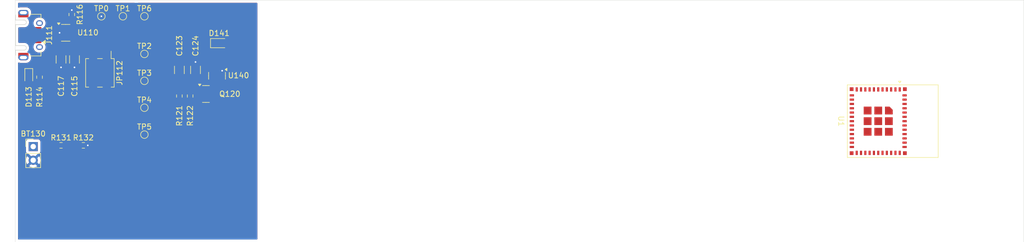
<source format=kicad_pcb>
(kicad_pcb (version 20241229) (generator "pcbnew") (generator_version "9.0")
  (layers (0 "F.Cu" signal) (2 "B.Cu" signal) (13 "F.Paste" user) (15 "B.Paste" user) (5 "F.SilkS" user "F.Silkscreen") (7 "B.SilkS" user "B.Silkscreen") (1 "F.Mask" user) (3 "B.Mask" user) (25 "Edge.Cuts" user))
  (net 0 "")
  (net 1 "+BAT")
  (net 2 "GND")
  (net 3 "+5V")
  (net 4 "/BAT_SWITCH")
  (net 5 "+3V3")
  (net 6 "/BAT_ACT")
  (net 8 "Net-(U1-GND-Pad1)")
  (net 39 "Net-(U110-V_{BAT})")
  (net 40 "Net-(Q120-S)")
  (net 41 "Net-(D113-K)")
  (net 42 "Net-(D113-A)")
  (net 47 "Net-(U110-STAT)")
  (net 48 "Net-(U110-PROG)")
  (net 49 "+3V3_post_D141")
  (footprint "Package_TO_SOT_SMD:SOT-23" (layer "F.Cu") (at 95.9375 47.95)
    (property "Reference" "Q120" (at 4.4375 0 0) (layer "F.SilkS"))
    (property "Value" "IRLML6402")
    (fp_line (start 0 -1.56) (end -0.65 -1.56) (stroke (width 0.12)) (layer "F.SilkS"))
    (fp_line (start 0 -1.56) (end 0.65 -1.56) (stroke (width 0.12)) (layer "F.SilkS"))
    (fp_line (start 0 1.56) (end -0.65 1.56) (stroke (width 0.12)) (layer "F.SilkS"))
    (fp_line (start 0 1.56) (end 0.65 1.56) (stroke (width 0.12)) (layer "F.SilkS"))
    (fp_poly (pts (xy -1.1625 -1.51) (xy -1.4025 -1.84) (xy -0.9225 -1.84)) (stroke (width 0.12)) (fill yes) (layer "F.SilkS"))
    (pad "1" smd roundrect (at -0.9375 -0.95) (size 1.475 0.6) (layers "F.Cu" "F.Mask" "F.Paste") (net 4 "/BAT_SWITCH"))
    (pad "2" smd roundrect (at -0.9375 0.95) (size 1.475 0.6) (layers "F.Cu" "F.Mask" "F.Paste") (net 40 "Net-(Q120-S)"))
    (pad "3" smd roundrect (at 0.9375 0) (size 1.475 0.6) (layers "F.Cu" "F.Mask" "F.Paste") (net 1 "+BAT"))
  )
  (footprint "RF_Module:ESP32-C6-MINI-1" (layer "F.Cu") (at 220.925 53 -90)
    (property "Reference" "U1" (at 0 6.9 270) (layer "F.SilkS"))
    (property "Value" "ESP32-C6-MINI-1")
    (fp_line (start -6.75 5.75) (end -6.75 -11.15) (stroke (width 0.12)) (layer "F.SilkS"))
    (fp_line (start 6.75 5.75) (end -6.75 5.75) (stroke (width 0.12)) (layer "F.SilkS"))
    (fp_line (start -6.75 -11.15) (end 6.75 -11.15) (stroke (width 0.12)) (layer "F.SilkS"))
    (fp_line (start 6.75 -11.15) (end 6.75 5.75) (stroke (width 0.12)) (layer "F.SilkS"))
    (fp_poly (pts (xy -7.1 -4) (xy -7.436 -3.76) (xy -7.436 -4.24) (xy -7.1 -4)) (stroke (width 0.12)) (fill yes) (layer "F.SilkS"))
    (pad "1" smd rect (at -5.9 -4 270) (size 0.8 0.4) (layers "F.Cu" "F.Mask" "F.Paste") (net 8 "Net-(U1-GND-Pad1)"))
    (pad "2" smd rect (at -5.9 -3.2 270) (size 0.8 0.4) (layers "F.Cu" "F.Mask" "F.Paste") (net 8 "Net-(U1-GND-Pad1)"))
    (pad "3" smd rect (at -5.9 -2.4 270) (size 0.8 0.4) (layers "F.Cu" "F.Mask" "F.Paste"))
    (pad "4" smd rect (at -5.9 -1.6 270) (size 0.8 0.4) (layers "F.Cu" "F.Mask" "F.Paste"))
    (pad "5" smd rect (at -5.9 -0.8 270) (size 0.8 0.4) (layers "F.Cu" "F.Mask" "F.Paste"))
    (pad "6" smd rect (at -5.9 0 270) (size 0.8 0.4) (layers "F.Cu" "F.Mask" "F.Paste"))
    (pad "7" smd rect (at -5.9 0.8 270) (size 0.8 0.4) (layers "F.Cu" "F.Mask" "F.Paste"))
    (pad "8" smd rect (at -5.9 1.6 270) (size 0.8 0.4) (layers "F.Cu" "F.Mask" "F.Paste"))
    (pad "9" smd rect (at -5.9 2.4 270) (size 0.8 0.4) (layers "F.Cu" "F.Mask" "F.Paste"))
    (pad "10" smd rect (at -5.9 3.2 270) (size 0.8 0.4) (layers "F.Cu" "F.Mask" "F.Paste"))
    (pad "11" smd rect (at -5.9 4 270) (size 0.8 0.4) (layers "F.Cu" "F.Mask" "F.Paste") (net 8 "Net-(U1-GND-Pad1)"))
    (pad "12" smd rect (at -4.8 4.9) (size 0.8 0.4) (layers "F.Cu" "F.Mask" "F.Paste"))
    (pad "13" smd rect (at -4 4.9) (size 0.8 0.4) (layers "F.Cu" "F.Mask" "F.Paste"))
    (pad "14" smd rect (at -3.2 4.9) (size 0.8 0.4) (layers "F.Cu" "F.Mask" "F.Paste") (net 8 "Net-(U1-GND-Pad1)"))
    (pad "15" smd rect (at -2.4 4.9) (size 0.8 0.4) (layers "F.Cu" "F.Mask" "F.Paste"))
    (pad "16" smd rect (at -1.6 4.9) (size 0.8 0.4) (layers "F.Cu" "F.Mask" "F.Paste"))
    (pad "17" smd rect (at -0.8 4.9) (size 0.8 0.4) (layers "F.Cu" "F.Mask" "F.Paste"))
    (pad "18" smd rect (at 0 4.9) (size 0.8 0.4) (layers "F.Cu" "F.Mask" "F.Paste"))
    (pad "19" smd rect (at 0.8 4.9) (size 0.8 0.4) (layers "F.Cu" "F.Mask" "F.Paste"))
    (pad "20" smd rect (at 1.6 4.9) (size 0.8 0.4) (layers "F.Cu" "F.Mask" "F.Paste"))
    (pad "21" smd rect (at 2.4 4.9) (size 0.8 0.4) (layers "F.Cu" "F.Mask" "F.Paste"))
    (pad "22" smd rect (at 3.2 4.9) (size 0.8 0.4) (layers "F.Cu" "F.Mask" "F.Paste"))
    (pad "23" smd rect (at 4 4.9) (size 0.8 0.4) (layers "F.Cu" "F.Mask" "F.Paste"))
    (pad "24" smd rect (at 4.8 4.9) (size 0.8 0.4) (layers "F.Cu" "F.Mask" "F.Paste"))
    (pad "25" smd rect (at 5.9 4 270) (size 0.8 0.4) (layers "F.Cu" "F.Mask" "F.Paste"))
    (pad "26" smd rect (at 5.9 3.2 270) (size 0.8 0.4) (layers "F.Cu" "F.Mask" "F.Paste"))
    (pad "27" smd rect (at 5.9 2.4 270) (size 0.8 0.4) (layers "F.Cu" "F.Mask" "F.Paste"))
    (pad "28" smd rect (at 5.9 1.6 270) (size 0.8 0.4) (layers "F.Cu" "F.Mask" "F.Paste"))
    (pad "29" smd rect (at 5.9 0.8 270) (size 0.8 0.4) (layers "F.Cu" "F.Mask" "F.Paste"))
    (pad "30" smd rect (at 5.9 0 270) (size 0.8 0.4) (layers "F.Cu" "F.Mask" "F.Paste"))
    (pad "31" smd rect (at 5.9 -0.8 270) (size 0.8 0.4) (layers "F.Cu" "F.Mask" "F.Paste"))
    (pad "32" smd rect (at 5.9 -1.6 270) (size 0.8 0.4) (layers "F.Cu" "F.Mask" "F.Paste"))
    (pad "33" smd rect (at 5.9 -2.4 270) (size 0.8 0.4) (layers "F.Cu" "F.Mask" "F.Paste"))
    (pad "34" smd rect (at 5.9 -3.2 270) (size 0.8 0.4) (layers "F.Cu" "F.Mask" "F.Paste"))
    (pad "35" smd rect (at 5.9 -4 270) (size 0.8 0.4) (layers "F.Cu" "F.Mask" "F.Paste"))
    (pad "36" smd rect (at 4.8 -4.9) (size 0.8 0.4) (layers "F.Cu" "F.Mask" "F.Paste") (net 8 "Net-(U1-GND-Pad1)"))
    (pad "37" smd rect (at 4 -4.9) (size 0.8 0.4) (layers "F.Cu" "F.Mask" "F.Paste") (net 8 "Net-(U1-GND-Pad1)"))
    (pad "38" smd rect (at 3.2 -4.9) (size 0.8 0.4) (layers "F.Cu" "F.Mask" "F.Paste") (net 8 "Net-(U1-GND-Pad1)"))
    (pad "39" smd rect (at 2.4 -4.9) (size 0.8 0.4) (layers "F.Cu" "F.Mask" "F.Paste") (net 8 "Net-(U1-GND-Pad1)"))
    (pad "40" smd rect (at 1.6 -4.9) (size 0.8 0.4) (layers "F.Cu" "F.Mask" "F.Paste") (net 8 "Net-(U1-GND-Pad1)"))
    (pad "41" smd rect (at 0.8 -4.9) (size 0.8 0.4) (layers "F.Cu" "F.Mask" "F.Paste") (net 8 "Net-(U1-GND-Pad1)"))
    (pad "42" smd rect (at 0 -4.9) (size 0.8 0.4) (layers "F.Cu" "F.Mask" "F.Paste") (net 8 "Net-(U1-GND-Pad1)"))
    (pad "43" smd rect (at -0.8 -4.9) (size 0.8 0.4) (layers "F.Cu" "F.Mask" "F.Paste") (net 8 "Net-(U1-GND-Pad1)"))
    (pad "44" smd rect (at -1.6 -4.9) (size 0.8 0.4) (layers "F.Cu" "F.Mask" "F.Paste") (net 8 "Net-(U1-GND-Pad1)"))
    (pad "45" smd rect (at -2.4 -4.9) (size 0.8 0.4) (layers "F.Cu" "F.Mask" "F.Paste") (net 8 "Net-(U1-GND-Pad1)"))
    (pad "46" smd rect (at -3.2 -4.9) (size 0.8 0.4) (layers "F.Cu" "F.Mask" "F.Paste") (net 8 "Net-(U1-GND-Pad1)"))
    (pad "47" smd rect (at -4 -4.9) (size 0.8 0.4) (layers "F.Cu" "F.Mask" "F.Paste") (net 8 "Net-(U1-GND-Pad1)"))
    (pad "48" smd rect (at -4.8 -4.9) (size 0.8 0.4) (layers "F.Cu" "F.Mask" "F.Paste") (net 8 "Net-(U1-GND-Pad1)"))
    (pad "49" smd roundrect (at -1.975 -1.975 270) (size 1.45 1.45) (property pad_prop_heatsink) (layers "F.Cu" "F.Mask" "F.Paste") (roundrect_rratio 0) (chamfer_ratio 0.41) (chamfer top_left) (net 8 "Net-(U1-GND-Pad1)"))
    (pad "49" smd rect (at -1.975 0 270) (size 1.45 1.45) (property pad_prop_heatsink) (layers "F.Cu" "F.Mask" "F.Paste") (net 8 "Net-(U1-GND-Pad1)"))
    (pad "49" smd rect (at -1.975 1.975 270) (size 1.45 1.45) (property pad_prop_heatsink) (layers "F.Cu" "F.Mask" "F.Paste") (net 8 "Net-(U1-GND-Pad1)"))
    (pad "49" smd rect (at 0 -1.975 270) (size 1.45 1.45) (property pad_prop_heatsink) (layers "F.Cu" "F.Mask" "F.Paste") (net 8 "Net-(U1-GND-Pad1)"))
    (pad "49" smd rect (at 0 0 270) (size 1.45 1.45) (property pad_prop_heatsink) (layers "F.Cu" "F.Mask" "F.Paste") (net 8 "Net-(U1-GND-Pad1)"))
    (pad "49" smd rect (at 0 1.975 270) (size 1.45 1.45) (property pad_prop_heatsink) (layers "F.Cu" "F.Mask" "F.Paste") (net 8 "Net-(U1-GND-Pad1)"))
    (pad "49" smd rect (at 1.975 -1.975 270) (size 1.45 1.45) (property pad_prop_heatsink) (layers "F.Cu" "F.Mask" "F.Paste") (net 8 "Net-(U1-GND-Pad1)"))
    (pad "49" smd rect (at 1.975 0 270) (size 1.45 1.45) (property pad_prop_heatsink) (layers "F.Cu" "F.Mask" "F.Paste") (net 8 "Net-(U1-GND-Pad1)"))
    (pad "49" smd rect (at 1.975 1.975 270) (size 1.45 1.45) (property pad_prop_heatsink) (layers "F.Cu" "F.Mask" "F.Paste") (net 8 "Net-(U1-GND-Pad1)"))
    (pad "50" smd rect (at 5.95 -4.95 270) (size 0.7 0.7) (layers "F.Cu" "F.Mask" "F.Paste") (net 8 "Net-(U1-GND-Pad1)"))
    (pad "51" smd rect (at 5.95 4.95 270) (size 0.7 0.7) (layers "F.Cu" "F.Mask" "F.Paste") (net 8 "Net-(U1-GND-Pad1)"))
    (pad "52" smd rect (at -5.95 4.95 270) (size 0.7 0.7) (layers "F.Cu" "F.Mask" "F.Paste") (net 8 "Net-(U1-GND-Pad1)"))
    (pad "53" smd rect (at -5.95 -4.95 270) (size 0.7 0.7) (layers "F.Cu" "F.Mask" "F.Paste") (net 8 "Net-(U1-GND-Pad1)"))
    (zone (net 0) (net_name "") (layers "F.Cu" "B.Cu") (name "Antenna") (connect_pads (clearance 0)) (min_thickness 0.254)
      (keepout (tracks not_allowed) (vias not_allowed) (pads not_allowed) (copperpour not_allowed) (footprints not_allowed))
      (fill (thermal_gap 0.508) (thermal_bridge_width 0.508))
      (polygon (pts (xy 226.525 74.6) (xy 226.525 31.4) (xy 246.925 31.4) (xy 246.925 74.6)))
    )
  )
  (footprint "TestPoint:TestPoint_Pad_D1.0mm" (layer "F.Cu") (at 84.5 55.5)
    (property "Reference" "TP5" (at 0 -1.448 0) (layer "F.SilkS"))
    (property "Value" "BAT_ACT")
    (fp_circle (center 0 0) (end 0 0.7) (stroke (width 0.12)) (fill no) (layer "F.SilkS"))
    (pad "1" smd circle (at 0 0) (size 1 1) (layers "F.Cu" "F.Mask") (net 6 "/BAT_ACT"))
  )
  (footprint "Resistor_SMD:R_0603_1608Metric" (layer "F.Cu") (at 93 48.325 -90)
    (property "Reference" "R122" (at 3.675 0 90) (layer "F.SilkS"))
    (property "Value" "47K")
    (fp_line (start -0.237258 0.5225) (end 0.237258 0.5225) (stroke (width 0.12)) (layer "F.SilkS"))
    (fp_line (start -0.237258 -0.5225) (end 0.237258 -0.5225) (stroke (width 0.12)) (layer "F.SilkS"))
    (pad "1" smd roundrect (at -0.825 0 270) (size 0.8 0.95) (layers "F.Cu" "F.Mask" "F.Paste") (net 4 "/BAT_SWITCH"))
    (pad "2" smd roundrect (at 0.825 0 270) (size 0.8 0.95) (layers "F.Cu" "F.Mask" "F.Paste") (net 40 "Net-(Q120-S)"))
  )
  (footprint "TestPoint:TestPoint_Pad_D1.0mm" (layer "F.Cu") (at 84.5 40.5)
    (property "Reference" "TP2" (at 0 -1.448 0) (layer "F.SilkS"))
    (property "Value" "+VBAT")
    (fp_circle (center 0 0) (end 0 0.7) (stroke (width 0.12)) (fill no) (layer "F.SilkS"))
    (pad "1" smd circle (at 0 0) (size 1 1) (layers "F.Cu" "F.Mask") (net 39 "Net-(U110-V_{BAT})"))
  )
  (footprint "Package_TO_SOT_SMD:SOT-23" (layer "F.Cu") (at 98 44.5625 -90)
    (property "Reference" "U140" (at -0.0625 -4 180) (layer "F.SilkS"))
    (property "Value" "MCP1700x-330xxTT")
    (fp_line (start 0 1.56) (end -0.65 1.56) (stroke (width 0.12)) (layer "F.SilkS"))
    (fp_line (start 0 1.56) (end 0.65 1.56) (stroke (width 0.12)) (layer "F.SilkS"))
    (fp_line (start 0 -1.56) (end -0.65 -1.56) (stroke (width 0.12)) (layer "F.SilkS"))
    (fp_line (start 0 -1.56) (end 0.65 -1.56) (stroke (width 0.12)) (layer "F.SilkS"))
    (fp_poly (pts (xy -1.1625 -1.51) (xy -1.4025 -1.84) (xy -0.9225 -1.84)) (stroke (width 0.12)) (fill yes) (layer "F.SilkS"))
    (pad "1" smd roundrect (at -0.9375 -0.95 270) (size 1.475 0.6) (layers "F.Cu" "F.Mask" "F.Paste") (net 2 "GND"))
    (pad "2" smd roundrect (at -0.9375 0.95 270) (size 1.475 0.6) (layers "F.Cu" "F.Mask" "F.Paste") (net 5 "+3V3"))
    (pad "3" smd roundrect (at 0.9375 0 270) (size 1.475 0.6) (layers "F.Cu" "F.Mask" "F.Paste") (net 1 "+BAT"))
  )
  (footprint "Capacitor_SMD:C_1206_3216Metric" (layer "F.Cu") (at 69 41.525 -90)
    (property "Reference" "C117" (at 4.975 0 90) (layer "F.SilkS"))
    (property "Value" "4.7uF")
    (fp_line (start -0.711252 0.91) (end 0.711252 0.91) (stroke (width 0.12)) (layer "F.SilkS"))
    (fp_line (start -0.711252 -0.91) (end 0.711252 -0.91) (stroke (width 0.12)) (layer "F.SilkS"))
    (pad "1" smd roundrect (at -1.475 0 270) (size 1.15 1.8) (layers "F.Cu" "F.Mask" "F.Paste") (roundrect_rratio 0.217391) (net 39 "Net-(U110-V_{BAT})"))
    (pad "2" smd roundrect (at 1.475 0 270) (size 1.15 1.8) (layers "F.Cu" "F.Mask" "F.Paste") (roundrect_rratio 0.217391) (net 2 "GND"))
  )
  (footprint "Resistor_SMD:R_0603_1608Metric" (layer "F.Cu") (at 91 48.325 90)
    (property "Reference" "R121" (at -3.675 0 90) (layer "F.SilkS"))
    (property "Value" "2K2")
    (fp_line (start -0.237258 -0.5225) (end 0.237258 -0.5225) (stroke (width 0.12)) (layer "F.SilkS"))
    (fp_line (start -0.237258 0.5225) (end 0.237258 0.5225) (stroke (width 0.12)) (layer "F.SilkS"))
    (pad "1" smd roundrect (at -0.825 0 90) (size 0.8 0.95) (layers "F.Cu" "F.Mask" "F.Paste") (net 39 "Net-(U110-V_{BAT})"))
    (pad "2" smd roundrect (at 0.825 0 90) (size 0.8 0.95) (layers "F.Cu" "F.Mask" "F.Paste") (net 40 "Net-(Q120-S)"))
  )
  (footprint "Capacitor_SMD:C_1206_3216Metric" (layer "F.Cu") (at 91 43.475 -90)
    (property "Reference" "C123" (at -4.475 0 90) (layer "F.SilkS"))
    (property "Value" "4.7uF")
    (fp_line (start -0.711252 0.91) (end 0.711252 0.91) (stroke (width 0.12)) (layer "F.SilkS"))
    (fp_line (start -0.711252 -0.91) (end 0.711252 -0.91) (stroke (width 0.12)) (layer "F.SilkS"))
    (pad "1" smd roundrect (at -1.475 0 270) (size 1.15 1.8) (layers "F.Cu" "F.Mask" "F.Paste") (roundrect_rratio 0.217391) (net 4 "/BAT_SWITCH"))
    (pad "2" smd roundrect (at 1.475 0 270) (size 1.15 1.8) (layers "F.Cu" "F.Mask" "F.Paste") (roundrect_rratio 0.217391) (net 40 "Net-(Q120-S)"))
  )
  (footprint "Resistor_SMD:R_0603_1608Metric" (layer "F.Cu") (at 69 57.5)
    (property "Reference" "R131" (at 0 -1.43 0) (layer "F.SilkS"))
    (property "Value" "100k")
    (fp_line (start -0.237258 -0.5225) (end 0.237258 -0.5225) (stroke (width 0.12)) (layer "F.SilkS"))
    (fp_line (start -0.237258 0.5225) (end 0.237258 0.5225) (stroke (width 0.12)) (layer "F.SilkS"))
    (pad "1" smd roundrect (at -0.825 0) (size 0.8 0.95) (layers "F.Cu" "F.Mask" "F.Paste") (net 1 "+BAT"))
    (pad "2" smd roundrect (at 0.825 0) (size 0.8 0.95) (layers "F.Cu" "F.Mask" "F.Paste") (net 6 "/BAT_ACT"))
  )
  (footprint "Diode_SMD:D_SOD-323F" (layer "F.Cu") (at 98.4 38.5)
    (property "Reference" "D141" (at 0 -1.85 0) (layer "F.SilkS"))
    (property "Value" "BAT54J")
    (fp_line (start -1.61 -0.85) (end -1.61 0.85) (stroke (width 0.12)) (layer "F.SilkS"))
    (fp_line (start -1.61 -0.85) (end 1.05 -0.85) (stroke (width 0.12)) (layer "F.SilkS"))
    (fp_line (start -1.61 0.85) (end 1.05 0.85) (stroke (width 0.12)) (layer "F.SilkS"))
    (pad "1" smd roundrect (at -1.1 0) (size 0.5 0.5) (layers "F.Cu" "F.Mask" "F.Paste") (net 49 "+3V3_post_D141"))
    (pad "2" smd roundrect (at 1.1 0) (size 0.5 0.5) (layers "F.Cu" "F.Mask" "F.Paste") (net 5 "+3V3"))
  )
  (footprint "Resistor_SMD:R_0603_1608Metric" (layer "F.Cu") (at 71 33.175 90)
    (property "Reference" "R116" (at 0 1.5 90) (layer "F.SilkS"))
    (property "Value" "2K")
    (fp_line (start -0.237258 -0.5225) (end 0.237258 -0.5225) (stroke (width 0.12)) (layer "F.SilkS"))
    (fp_line (start -0.237258 0.5225) (end 0.237258 0.5225) (stroke (width 0.12)) (layer "F.SilkS"))
    (pad "1" smd roundrect (at -0.825 0 90) (size 0.8 0.95) (layers "F.Cu" "F.Mask" "F.Paste") (net 48 "Net-(U110-PROG)"))
    (pad "2" smd roundrect (at 0.825 0 90) (size 0.8 0.95) (layers "F.Cu" "F.Mask" "F.Paste") (net 2 "GND"))
  )
  (footprint "Resistor_SMD:R_0603_1608Metric" (layer "F.Cu") (at 65 44.825 -90)
    (property "Reference" "R114" (at 3.675 0 90) (layer "F.SilkS"))
    (property "Value" "470")
    (fp_line (start -0.237258 0.5225) (end 0.237258 0.5225) (stroke (width 0.12)) (layer "F.SilkS"))
    (fp_line (start -0.237258 -0.5225) (end 0.237258 -0.5225) (stroke (width 0.12)) (layer "F.SilkS"))
    (pad "1" smd roundrect (at -0.825 0 270) (size 0.8 0.95) (layers "F.Cu" "F.Mask" "F.Paste") (net 41 "Net-(D113-K)"))
    (pad "2" smd roundrect (at 0.825 0 270) (size 0.8 0.95) (layers "F.Cu" "F.Mask" "F.Paste") (net 47 "Net-(U110-STAT)"))
  )
  (footprint "Package_TO_SOT_SMD:SOT-23-5" (layer "F.Cu") (at 69.8625 36.575)
    (property "Reference" "U110" (at 4.1375 -0.05 0) (layer "F.SilkS"))
    (property "Value" "MCP73831-2-OT")
    (fp_line (start 0 -1.56) (end -0.8 -1.56) (stroke (width 0.12)) (layer "F.SilkS"))
    (fp_line (start 0 -1.56) (end 0.8 -1.56) (stroke (width 0.12)) (layer "F.SilkS"))
    (fp_line (start 0 1.56) (end -0.8 1.56) (stroke (width 0.12)) (layer "F.SilkS"))
    (fp_line (start 0 1.56) (end 0.8 1.56) (stroke (width 0.12)) (layer "F.SilkS"))
    (fp_poly (pts (xy -1.3 -1.51) (xy -1.54 -1.84) (xy -1.06 -1.84)) (stroke (width 0.12)) (fill yes) (layer "F.SilkS"))
    (pad "1" smd roundrect (at -1.1375 -0.95) (size 1.325 0.6) (layers "F.Cu" "F.Mask" "F.Paste") (net 47 "Net-(U110-STAT)"))
    (pad "2" smd roundrect (at -1.1375 0) (size 1.325 0.6) (layers "F.Cu" "F.Mask" "F.Paste") (net 2 "GND"))
    (pad "3" smd roundrect (at -1.1375 0.95) (size 1.325 0.6) (layers "F.Cu" "F.Mask" "F.Paste") (net 39 "Net-(U110-V_{BAT})"))
    (pad "4" smd roundrect (at 1.1375 0.95) (size 1.325 0.6) (layers "F.Cu" "F.Mask" "F.Paste") (net 3 "+5V"))
    (pad "5" smd roundrect (at 1.1375 -0.95) (size 1.325 0.6) (layers "F.Cu" "F.Mask" "F.Paste") (net 48 "Net-(U110-PROG)"))
  )
  (footprint "Capacitor_SMD:C_1206_3216Metric" (layer "F.Cu") (at 71.5 41.525 -90)
    (property "Reference" "C115" (at 4.975 0 90) (layer "F.SilkS"))
    (property "Value" "4.7uF")
    (fp_line (start -0.711252 0.91) (end 0.711252 0.91) (stroke (width 0.12)) (layer "F.SilkS"))
    (fp_line (start -0.711252 -0.91) (end 0.711252 -0.91) (stroke (width 0.12)) (layer "F.SilkS"))
    (pad "1" smd roundrect (at -1.475 0 270) (size 1.15 1.8) (layers "F.Cu" "F.Mask" "F.Paste") (roundrect_rratio 0.217391) (net 3 "+5V"))
    (pad "2" smd roundrect (at 1.475 0 270) (size 1.15 1.8) (layers "F.Cu" "F.Mask" "F.Paste") (roundrect_rratio 0.217391) (net 2 "GND"))
  )
  (footprint "Connector_USB:USB_Micro-AB_Molex_47590-0001" (layer "F.Cu") (at 61.65 37 -90)
    (property "Reference" "J111" (at 0 -5.15 90) (layer "F.SilkS"))
    (property "Value" "USB_B_Micro")
    (fp_line (start -3.87 -3.62) (end -3.87 -1.55) (stroke (width 0.12)) (layer "F.SilkS"))
    (fp_line (start -3.87 -3.62) (end -3 -3.62) (stroke (width 0.12)) (layer "F.SilkS"))
    (fp_line (start 3 -3.62) (end 3.87 -3.62) (stroke (width 0.12)) (layer "F.SilkS"))
    (fp_line (start 3.87 -3.62) (end 3.87 -1.55) (stroke (width 0.12)) (layer "F.SilkS"))
    (fp_poly (pts (xy 1.3 -3.96) (xy 0.96 -4.43) (xy 1.64 -4.43) (xy 1.3 -3.96)) (stroke (width 0.12)) (fill yes) (layer "F.SilkS"))
    (fp_line (start -3.75 1.1) (end -2.8 1.1) (stroke (width 0.1)) (layer "Edge.Cuts"))
    (fp_line (start -1.95 1.1) (end 1.95 1.1) (stroke (width 0.1)) (layer "Edge.Cuts"))
    (fp_line (start 2.8 1.1) (end 3.75 1.1) (stroke (width 0.1)) (layer "Edge.Cuts"))
    (fp_line (start -2.8 -0.475) (end -2.8 1.1) (stroke (width 0.1)) (layer "Edge.Cuts"))
    (fp_line (start -1.95 -0.475) (end -1.95 1.1) (stroke (width 0.1)) (layer "Edge.Cuts"))
    (fp_line (start 1.95 -0.475) (end 1.95 1.1) (stroke (width 0.1)) (layer "Edge.Cuts"))
    (fp_line (start 2.8 -0.475) (end 2.8 1.1) (stroke (width 0.1)) (layer "Edge.Cuts"))
    (fp_arc (start -2.8 -0.475) (mid -2.375 -0.9) (end -1.95 -0.475) (stroke (width 0.1)) (layer "Edge.Cuts"))
    (fp_arc (start 1.95 -0.475) (mid 2.375 -0.9) (end 2.8 -0.475) (stroke (width 0.1)) (layer "Edge.Cuts"))
    (pad "1" smd roundrect (at 1.3 -3.025 270) (size 0.4 1.35) (layers "F.Cu" "F.Mask" "F.Paste") (net 3 "+5V"))
    (pad "2" smd roundrect (at 0.65 -3.025 270) (size 0.4 1.35) (layers "F.Cu" "F.Mask" "F.Paste"))
    (pad "3" smd roundrect (at 0 -3.025 270) (size 0.4 1.35) (layers "F.Cu" "F.Mask" "F.Paste"))
    (pad "4" smd roundrect (at -0.65 -3.025 270) (size 0.4 1.35) (layers "F.Cu" "F.Mask" "F.Paste"))
    (pad "5" smd roundrect (at -1.3 -3.025 270) (size 0.4 1.35) (layers "F.Cu" "F.Mask" "F.Paste") (net 2 "GND"))
    (pad "6" thru_hole oval (at -4.175 -0.35 270) (size 1 1.9) (drill oval 0.6 1.3) (property pad_prop_heatsink) (layers "*.Cu" "*.Mask"))
    (pad "6" smd rect (at -3.7375 -0.35 270) (size 0.875 1.9) (layers "F.Cu" "F.Mask"))
    (pad "6" thru_hole oval (at -2.225 -3.35 270) (size 1.05 1.25) (drill oval 0.65 0.85) (property pad_prop_heatsink) (layers "*.Cu" "*.Mask"))
    (pad "6" smd roundrect (at 0 -0.35 270) (size 2.9 1.9) (layers "F.Cu" "F.Mask" "F.Paste") (roundrect_rratio 0.1315789474))
    (pad "6" thru_hole oval (at 2.225 -3.35 270) (size 1.05 1.25) (drill oval 0.65 0.85) (property pad_prop_heatsink) (layers "*.Cu" "*.Mask"))
    (pad "6" smd rect (at 3.7375 -0.35 270) (size 0.875 1.9) (layers "F.Cu" "F.Mask"))
    (pad "6" thru_hole oval (at 4.175 -0.35 270) (size 1 1.9) (drill oval 0.6 1.3) (property pad_prop_heatsink) (layers "*.Cu" "*.Mask"))
  )
  (footprint "Resistor_SMD:R_0603_1608Metric" (layer "F.Cu") (at 73.15 57.5)
    (property "Reference" "R132" (at 0 -1.43 0) (layer "F.SilkS"))
    (property "Value" "470k")
    (fp_line (start -0.237258 -0.5225) (end 0.237258 -0.5225) (stroke (width 0.12)) (layer "F.SilkS"))
    (fp_line (start -0.237258 0.5225) (end 0.237258 0.5225) (stroke (width 0.12)) (layer "F.SilkS"))
    (pad "1" smd roundrect (at -0.825 0) (size 0.8 0.95) (layers "F.Cu" "F.Mask" "F.Paste") (net 6 "/BAT_ACT"))
    (pad "2" smd roundrect (at 0.825 0) (size 0.8 0.95) (layers "F.Cu" "F.Mask" "F.Paste") (net 2 "GND"))
  )
  (footprint "TestPoint:TestPoint_Pad_D1.0mm" (layer "F.Cu") (at 80.5 33.5)
    (property "Reference" "TP1" (at 0 -1.448 0) (layer "F.SilkS"))
    (property "Value" "+5V")
    (fp_circle (center 0 0) (end 0 0.7) (stroke (width 0.12)) (fill no) (layer "F.SilkS"))
    (pad "1" smd circle (at 0 0) (size 1 1) (layers "F.Cu" "F.Mask") (net 3 "+5V"))
  )
  (footprint "Connector_PinHeader_2.54mm:PinHeader_2x02_P2.54mm_Vertical_SMD" (layer "F.Cu") (at 76.23 44.025 -90)
    (property "Reference" "JP112" (at 0 -3.65 90) (layer "F.SilkS"))
    (property "Value" "Jumper_LED")
    (fp_line (start -2.65 2.65) (end 2.65 2.65) (stroke (width 0.12)) (layer "F.SilkS"))
    (fp_line (start -2.65 2.08) (end -2.65 2.65) (stroke (width 0.12)) (layer "F.SilkS"))
    (fp_line (start 2.65 2.08) (end 2.65 2.65) (stroke (width 0.12)) (layer "F.SilkS"))
    (fp_line (start -2.65 -0.46) (end -2.65 0.46) (stroke (width 0.12)) (layer "F.SilkS"))
    (fp_line (start 2.65 -0.46) (end 2.65 0.46) (stroke (width 0.12)) (layer "F.SilkS"))
    (fp_line (start -4.04 -2.08) (end -2.65 -2.08) (stroke (width 0.12)) (layer "F.SilkS"))
    (fp_line (start -2.65 -2.65) (end -2.65 -2.08) (stroke (width 0.12)) (layer "F.SilkS"))
    (fp_line (start -2.65 -2.65) (end 2.65 -2.65) (stroke (width 0.12)) (layer "F.SilkS"))
    (fp_line (start 2.65 -2.65) (end 2.65 -2.08) (stroke (width 0.12)) (layer "F.SilkS"))
    (pad "1" smd rect (at -2.525 -1.27 270) (size 3.15 1) (layers "F.Cu" "F.Mask" "F.Paste") (net 3 "+5V"))
    (pad "2" smd rect (at 2.525 -1.27 270) (size 3.15 1) (layers "F.Cu" "F.Mask" "F.Paste") (net 42 "Net-(D113-A)"))
    (pad "3" smd rect (at -2.525 1.27 270) (size 3.15 1) (layers "F.Cu" "F.Mask" "F.Paste"))
    (pad "4" smd rect (at 2.525 1.27 270) (size 3.15 1) (layers "F.Cu" "F.Mask" "F.Paste"))
  )
  (footprint "Capacitor_SMD:C_1206_3216Metric" (layer "F.Cu") (at 94 43.475 90)
    (property "Reference" "C124" (at 4.475 0 90) (layer "F.SilkS"))
    (property "Value" "4.7uF")
    (fp_line (start -0.711252 -0.91) (end 0.711252 -0.91) (stroke (width 0.12)) (layer "F.SilkS"))
    (fp_line (start -0.711252 0.91) (end 0.711252 0.91) (stroke (width 0.12)) (layer "F.SilkS"))
    (pad "1" smd roundrect (at -1.475 0 90) (size 1.15 1.8) (layers "F.Cu" "F.Mask" "F.Paste") (roundrect_rratio 0.217391) (net 1 "+BAT"))
    (pad "2" smd roundrect (at 1.475 0 90) (size 1.15 1.8) (layers "F.Cu" "F.Mask" "F.Paste") (roundrect_rratio 0.217391) (net 2 "GND"))
  )
  (footprint "TestPoint:TestPoint_Pad_D1.0mm" (layer "F.Cu") (at 84.5 33.5)
    (property "Reference" "TP6" (at 0 -1.448 0) (layer "F.SilkS"))
    (property "Value" "+3V3")
    (fp_circle (center 0 0) (end 0 0.7) (stroke (width 0.12)) (fill no) (layer "F.SilkS"))
    (pad "1" smd circle (at 0 0) (size 1 1) (layers "F.Cu" "F.Mask") (net 5 "+3V3"))
  )
  (footprint "TestPoint:TestPoint_Pad_D1.0mm" (layer "F.Cu") (at 84.5 45.5)
    (property "Reference" "TP3" (at 0 -1.448 0) (layer "F.SilkS"))
    (property "Value" "+BAT")
    (fp_circle (center 0 0) (end 0 0.7) (stroke (width 0.12)) (fill no) (layer "F.SilkS"))
    (pad "1" smd circle (at 0 0) (size 1 1) (layers "F.Cu" "F.Mask") (net 1 "+BAT"))
  )
  (footprint "TestPoint:TestPoint_Pad_D1.0mm" (layer "F.Cu") (at 76.5 33.5)
    (property "Reference" "TP0" (at 0 -1.448 0) (layer "F.SilkS"))
    (property "Value" "GND")
    (fp_circle (center 0 0) (end 0 0.7) (stroke (width 0.12)) (fill no) (layer "F.SilkS"))
    (pad "1" smd circle (at 0 0) (size 1 1) (layers "F.Cu" "F.Mask") (net 2 "GND"))
  )
  (footprint "Connector_PinHeader_2.54mm:PinHeader_1x02_P2.54mm_Vertical" (layer "F.Cu") (at 63.825 57.725)
    (property "Reference" "BT130" (at 0 -2.38 0) (layer "F.SilkS"))
    (property "Value" "Battery")
    (fp_line (start -1.38 -1.38) (end 0 -1.38) (stroke (width 0.12)) (layer "F.SilkS"))
    (fp_line (start -1.38 0) (end -1.38 -1.38) (stroke (width 0.12)) (layer "F.SilkS"))
    (fp_line (start -1.38 1.27) (end -1.38 3.92) (stroke (width 0.12)) (layer "F.SilkS"))
    (fp_line (start -1.38 1.27) (end 1.38 1.27) (stroke (width 0.12)) (layer "F.SilkS"))
    (fp_line (start -1.38 3.92) (end 1.38 3.92) (stroke (width 0.12)) (layer "F.SilkS"))
    (fp_line (start 1.38 1.27) (end 1.38 3.92) (stroke (width 0.12)) (layer "F.SilkS"))
    (pad "1" thru_hole rect (at 0 0) (size 1.7 1.7) (drill 1) (layers "*.Cu" "*.Mask") (net 1 "+BAT"))
    (pad "2" thru_hole circle (at 0 2.54) (size 1.7 1.7) (drill 1) (layers "*.Cu" "*.Mask") (net 2 "GND"))
  )
  (footprint "TestPoint:TestPoint_Pad_D1.0mm" (layer "F.Cu") (at 84.5 50.5)
    (property "Reference" "TP4" (at 0 -1.448 0) (layer "F.SilkS"))
    (property "Value" "BAT_SWITCH")
    (fp_circle (center 0 0) (end 0 0.7) (stroke (width 0.12)) (fill no) (layer "F.SilkS"))
    (pad "1" smd circle (at 0 0) (size 1 1) (layers "F.Cu" "F.Mask") (net 4 "/BAT_SWITCH"))
  )
  (footprint "LED_SMD:LED_0603_1608Metric" (layer "F.Cu") (at 63 44.7125 -90)
    (property "Reference" "D113" (at 3.7875 0 90) (layer "F.SilkS"))
    (property "Value" "LED")
    (fp_line (start -1.485 0.735) (end 0.8 0.735) (stroke (width 0.12)) (layer "F.SilkS"))
    (fp_line (start -1.485 -0.735) (end -1.485 0.735) (stroke (width 0.12)) (layer "F.SilkS"))
    (fp_line (start 0.8 -0.735) (end -1.485 -0.735) (stroke (width 0.12)) (layer "F.SilkS"))
    (pad "1" smd roundrect (at -0.7875 0 270) (size 0.875 0.95) (layers "F.Cu" "F.Mask" "F.Paste") (net 41 "Net-(D113-K)"))
    (pad "2" smd roundrect (at 0.7875 0 270) (size 0.875 0.95) (layers "F.Cu" "F.Mask" "F.Paste") (net 42 "Net-(D113-A)"))
  )
  (gr_rect (start 60.5 30.5) (end 248 75.5) (stroke (width 0.05)) (fill no) (layer "Edge.Cuts"))
  (via (at 73.975 57.5) (size 0.6) (drill 0.3) (layers "F.Cu" "B.Cu") (net 2))
  (via (at 71 32.35) (size 0.6) (drill 0.3) (layers "F.Cu" "B.Cu") (net 2))
  (via (at 71.5 43) (size 0.6) (drill 0.3) (layers "F.Cu" "B.Cu") (net 2))
  (via (at 69 43) (size 0.6) (drill 0.3) (layers "F.Cu" "B.Cu") (net 2))
  (via (at 98.95 43.625) (size 0.6) (drill 0.3) (layers "F.Cu" "B.Cu") (net 2))
  (via (at 76.5 33.5) (size 0.6) (drill 0.3) (layers "F.Cu" "B.Cu") (net 2))
  (via (at 68.725 36.575) (size 0.6) (drill 0.3) (layers "F.Cu" "B.Cu") (net 2))
  (via (at 94 42) (size 0.6) (drill 0.3) (layers "F.Cu" "B.Cu") (net 2))
  (zone (net 3) (net_name "+5V") (layer "F.Cu") (connect_pads (clearance 0.5)) (min_thickness 0.25) (fill yes (thermal_gap 0.5) (thermal_bridge_width 0.5))
    (polygon (pts (xy 60.5 30.5) (xy 82.75 30.5) (xy 82.75 75.5) (xy 60.5 75.5)))
  )
  (zone (net 5) (net_name "+3V3") (layer "F.Cu") (connect_pads (clearance 0.5)) (min_thickness 0.25) (fill yes (thermal_gap 0.5) (thermal_bridge_width 0.5))
    (polygon (pts (xy 83.25 30.5) (xy 105.5 30.5) (xy 105.5 75.5) (xy 83.25 75.5)))
  )
  (zone (net 2) (net_name "GND") (layer "B.Cu") (connect_pads (clearance 0.5)) (min_thickness 0.25) (fill yes (thermal_gap 0.5) (thermal_bridge_width 0.5))
    (polygon (pts (xy 60.5 30.5) (xy 105.5 30.5) (xy 105.5 75.5) (xy 60.5 75.5)))
  )
)
</source>
